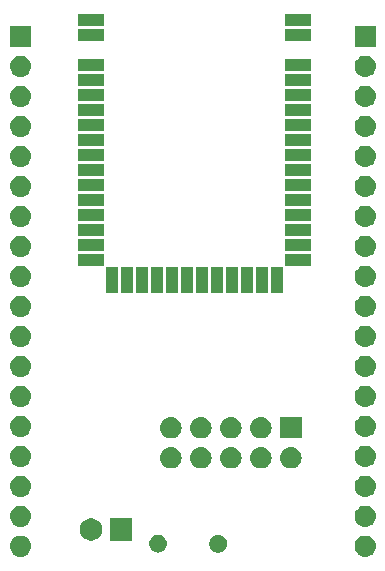
<source format=gts>
G04 #@! TF.GenerationSoftware,KiCad,Pcbnew,(5.1.2)-2*
G04 #@! TF.CreationDate,2020-07-25T22:21:04+02:00*
G04 #@! TF.ProjectId,Adapter,41646170-7465-4722-9e6b-696361645f70,1*
G04 #@! TF.SameCoordinates,Original*
G04 #@! TF.FileFunction,Soldermask,Top*
G04 #@! TF.FilePolarity,Negative*
%FSLAX46Y46*%
G04 Gerber Fmt 4.6, Leading zero omitted, Abs format (unit mm)*
G04 Created by KiCad (PCBNEW (5.1.2)-2) date 2020-07-25 22:21:04*
%MOMM*%
%LPD*%
G04 APERTURE LIST*
%ADD10C,0.100000*%
G04 APERTURE END LIST*
D10*
G36*
X166651443Y-114076119D02*
G01*
X166717627Y-114082637D01*
X166887466Y-114134157D01*
X167043991Y-114217822D01*
X167053216Y-114225393D01*
X167181186Y-114330414D01*
X167240976Y-114403270D01*
X167293778Y-114467609D01*
X167377443Y-114624134D01*
X167428963Y-114793973D01*
X167446359Y-114970600D01*
X167428963Y-115147227D01*
X167377443Y-115317066D01*
X167293778Y-115473591D01*
X167272816Y-115499133D01*
X167181186Y-115610786D01*
X167079729Y-115694048D01*
X167043991Y-115723378D01*
X166887466Y-115807043D01*
X166717627Y-115858563D01*
X166651443Y-115865081D01*
X166585260Y-115871600D01*
X166496740Y-115871600D01*
X166430557Y-115865081D01*
X166364373Y-115858563D01*
X166194534Y-115807043D01*
X166038009Y-115723378D01*
X166002271Y-115694048D01*
X165900814Y-115610786D01*
X165809184Y-115499133D01*
X165788222Y-115473591D01*
X165704557Y-115317066D01*
X165653037Y-115147227D01*
X165635641Y-114970600D01*
X165653037Y-114793973D01*
X165704557Y-114624134D01*
X165788222Y-114467609D01*
X165841024Y-114403270D01*
X165900814Y-114330414D01*
X166028784Y-114225393D01*
X166038009Y-114217822D01*
X166194534Y-114134157D01*
X166364373Y-114082637D01*
X166430557Y-114076119D01*
X166496740Y-114069600D01*
X166585260Y-114069600D01*
X166651443Y-114076119D01*
X166651443Y-114076119D01*
G37*
G36*
X137464443Y-114076119D02*
G01*
X137530627Y-114082637D01*
X137700466Y-114134157D01*
X137856991Y-114217822D01*
X137866216Y-114225393D01*
X137994186Y-114330414D01*
X138053976Y-114403270D01*
X138106778Y-114467609D01*
X138190443Y-114624134D01*
X138241963Y-114793973D01*
X138259359Y-114970600D01*
X138241963Y-115147227D01*
X138190443Y-115317066D01*
X138106778Y-115473591D01*
X138085816Y-115499133D01*
X137994186Y-115610786D01*
X137892729Y-115694048D01*
X137856991Y-115723378D01*
X137700466Y-115807043D01*
X137530627Y-115858563D01*
X137464443Y-115865081D01*
X137398260Y-115871600D01*
X137309740Y-115871600D01*
X137243557Y-115865081D01*
X137177373Y-115858563D01*
X137007534Y-115807043D01*
X136851009Y-115723378D01*
X136815271Y-115694048D01*
X136713814Y-115610786D01*
X136622184Y-115499133D01*
X136601222Y-115473591D01*
X136517557Y-115317066D01*
X136466037Y-115147227D01*
X136448641Y-114970600D01*
X136466037Y-114793973D01*
X136517557Y-114624134D01*
X136601222Y-114467609D01*
X136654024Y-114403270D01*
X136713814Y-114330414D01*
X136841784Y-114225393D01*
X136851009Y-114217822D01*
X137007534Y-114134157D01*
X137177373Y-114082637D01*
X137243557Y-114076119D01*
X137309740Y-114069600D01*
X137398260Y-114069600D01*
X137464443Y-114076119D01*
X137464443Y-114076119D01*
G37*
G36*
X154303059Y-114036860D02*
G01*
X154363294Y-114061810D01*
X154439732Y-114093472D01*
X154562735Y-114175660D01*
X154667340Y-114280265D01*
X154749528Y-114403268D01*
X154806140Y-114539941D01*
X154835000Y-114685033D01*
X154835000Y-114832967D01*
X154806140Y-114978059D01*
X154749528Y-115114732D01*
X154667340Y-115237735D01*
X154562735Y-115342340D01*
X154439732Y-115424528D01*
X154439731Y-115424529D01*
X154439730Y-115424529D01*
X154303059Y-115481140D01*
X154157968Y-115510000D01*
X154010032Y-115510000D01*
X153864941Y-115481140D01*
X153728270Y-115424529D01*
X153728269Y-115424529D01*
X153728268Y-115424528D01*
X153605265Y-115342340D01*
X153500660Y-115237735D01*
X153418472Y-115114732D01*
X153361860Y-114978059D01*
X153333000Y-114832967D01*
X153333000Y-114685033D01*
X153361860Y-114539941D01*
X153418472Y-114403268D01*
X153500660Y-114280265D01*
X153605265Y-114175660D01*
X153728268Y-114093472D01*
X153804707Y-114061810D01*
X153864941Y-114036860D01*
X154010032Y-114008000D01*
X154157968Y-114008000D01*
X154303059Y-114036860D01*
X154303059Y-114036860D01*
G37*
G36*
X149055772Y-114009466D02*
G01*
X149151222Y-114018867D01*
X149292786Y-114061810D01*
X149423252Y-114131546D01*
X149453040Y-114155992D01*
X149537607Y-114225393D01*
X149596938Y-114297690D01*
X149631454Y-114339748D01*
X149701190Y-114470214D01*
X149744133Y-114611778D01*
X149758633Y-114759000D01*
X149744133Y-114906222D01*
X149701190Y-115047786D01*
X149631454Y-115178252D01*
X149607008Y-115208040D01*
X149537607Y-115292607D01*
X149477004Y-115342341D01*
X149423252Y-115386454D01*
X149292786Y-115456190D01*
X149151222Y-115499133D01*
X149077665Y-115506378D01*
X149040888Y-115510000D01*
X148967112Y-115510000D01*
X148930335Y-115506378D01*
X148856778Y-115499133D01*
X148715214Y-115456190D01*
X148584748Y-115386454D01*
X148530996Y-115342341D01*
X148470393Y-115292607D01*
X148400992Y-115208040D01*
X148376546Y-115178252D01*
X148306810Y-115047786D01*
X148263867Y-114906222D01*
X148249367Y-114759000D01*
X148263867Y-114611778D01*
X148306810Y-114470214D01*
X148376546Y-114339748D01*
X148411062Y-114297690D01*
X148470393Y-114225393D01*
X148554960Y-114155992D01*
X148584748Y-114131546D01*
X148715214Y-114061810D01*
X148856778Y-114018867D01*
X148952228Y-114009466D01*
X148967112Y-114008000D01*
X149040888Y-114008000D01*
X149055772Y-114009466D01*
X149055772Y-114009466D01*
G37*
G36*
X143591395Y-112644546D02*
G01*
X143764466Y-112716234D01*
X143764467Y-112716235D01*
X143920227Y-112820310D01*
X144052690Y-112952773D01*
X144052691Y-112952775D01*
X144156766Y-113108534D01*
X144228454Y-113281605D01*
X144265000Y-113465333D01*
X144265000Y-113652667D01*
X144228454Y-113836395D01*
X144156766Y-114009466D01*
X144156765Y-114009467D01*
X144052690Y-114165227D01*
X143920227Y-114297690D01*
X143871252Y-114330414D01*
X143764466Y-114401766D01*
X143591395Y-114473454D01*
X143407667Y-114510000D01*
X143220333Y-114510000D01*
X143036605Y-114473454D01*
X142863534Y-114401766D01*
X142756748Y-114330414D01*
X142707773Y-114297690D01*
X142575310Y-114165227D01*
X142471235Y-114009467D01*
X142471234Y-114009466D01*
X142399546Y-113836395D01*
X142363000Y-113652667D01*
X142363000Y-113465333D01*
X142399546Y-113281605D01*
X142471234Y-113108534D01*
X142575309Y-112952775D01*
X142575310Y-112952773D01*
X142707773Y-112820310D01*
X142863533Y-112716235D01*
X142863534Y-112716234D01*
X143036605Y-112644546D01*
X143220333Y-112608000D01*
X143407667Y-112608000D01*
X143591395Y-112644546D01*
X143591395Y-112644546D01*
G37*
G36*
X146805000Y-114510000D02*
G01*
X144903000Y-114510000D01*
X144903000Y-112608000D01*
X146805000Y-112608000D01*
X146805000Y-114510000D01*
X146805000Y-114510000D01*
G37*
G36*
X166651442Y-111536118D02*
G01*
X166717627Y-111542637D01*
X166887466Y-111594157D01*
X167043991Y-111677822D01*
X167079729Y-111707152D01*
X167181186Y-111790414D01*
X167264448Y-111891871D01*
X167293778Y-111927609D01*
X167377443Y-112084134D01*
X167428963Y-112253973D01*
X167446359Y-112430600D01*
X167428963Y-112607227D01*
X167377443Y-112777066D01*
X167293778Y-112933591D01*
X167278034Y-112952775D01*
X167181186Y-113070786D01*
X167079729Y-113154048D01*
X167043991Y-113183378D01*
X166887466Y-113267043D01*
X166717627Y-113318563D01*
X166651443Y-113325081D01*
X166585260Y-113331600D01*
X166496740Y-113331600D01*
X166430557Y-113325081D01*
X166364373Y-113318563D01*
X166194534Y-113267043D01*
X166038009Y-113183378D01*
X166002271Y-113154048D01*
X165900814Y-113070786D01*
X165803966Y-112952775D01*
X165788222Y-112933591D01*
X165704557Y-112777066D01*
X165653037Y-112607227D01*
X165635641Y-112430600D01*
X165653037Y-112253973D01*
X165704557Y-112084134D01*
X165788222Y-111927609D01*
X165817552Y-111891871D01*
X165900814Y-111790414D01*
X166002271Y-111707152D01*
X166038009Y-111677822D01*
X166194534Y-111594157D01*
X166364373Y-111542637D01*
X166430558Y-111536118D01*
X166496740Y-111529600D01*
X166585260Y-111529600D01*
X166651442Y-111536118D01*
X166651442Y-111536118D01*
G37*
G36*
X137464442Y-111536118D02*
G01*
X137530627Y-111542637D01*
X137700466Y-111594157D01*
X137856991Y-111677822D01*
X137892729Y-111707152D01*
X137994186Y-111790414D01*
X138077448Y-111891871D01*
X138106778Y-111927609D01*
X138190443Y-112084134D01*
X138241963Y-112253973D01*
X138259359Y-112430600D01*
X138241963Y-112607227D01*
X138190443Y-112777066D01*
X138106778Y-112933591D01*
X138091034Y-112952775D01*
X137994186Y-113070786D01*
X137892729Y-113154048D01*
X137856991Y-113183378D01*
X137700466Y-113267043D01*
X137530627Y-113318563D01*
X137464443Y-113325081D01*
X137398260Y-113331600D01*
X137309740Y-113331600D01*
X137243557Y-113325081D01*
X137177373Y-113318563D01*
X137007534Y-113267043D01*
X136851009Y-113183378D01*
X136815271Y-113154048D01*
X136713814Y-113070786D01*
X136616966Y-112952775D01*
X136601222Y-112933591D01*
X136517557Y-112777066D01*
X136466037Y-112607227D01*
X136448641Y-112430600D01*
X136466037Y-112253973D01*
X136517557Y-112084134D01*
X136601222Y-111927609D01*
X136630552Y-111891871D01*
X136713814Y-111790414D01*
X136815271Y-111707152D01*
X136851009Y-111677822D01*
X137007534Y-111594157D01*
X137177373Y-111542637D01*
X137243558Y-111536118D01*
X137309740Y-111529600D01*
X137398260Y-111529600D01*
X137464442Y-111536118D01*
X137464442Y-111536118D01*
G37*
G36*
X166651442Y-108996118D02*
G01*
X166717627Y-109002637D01*
X166887466Y-109054157D01*
X167043991Y-109137822D01*
X167079729Y-109167152D01*
X167181186Y-109250414D01*
X167264448Y-109351871D01*
X167293778Y-109387609D01*
X167377443Y-109544134D01*
X167428963Y-109713973D01*
X167446359Y-109890600D01*
X167428963Y-110067227D01*
X167377443Y-110237066D01*
X167293778Y-110393591D01*
X167264448Y-110429329D01*
X167181186Y-110530786D01*
X167079729Y-110614048D01*
X167043991Y-110643378D01*
X166887466Y-110727043D01*
X166717627Y-110778563D01*
X166651442Y-110785082D01*
X166585260Y-110791600D01*
X166496740Y-110791600D01*
X166430558Y-110785082D01*
X166364373Y-110778563D01*
X166194534Y-110727043D01*
X166038009Y-110643378D01*
X166002271Y-110614048D01*
X165900814Y-110530786D01*
X165817552Y-110429329D01*
X165788222Y-110393591D01*
X165704557Y-110237066D01*
X165653037Y-110067227D01*
X165635641Y-109890600D01*
X165653037Y-109713973D01*
X165704557Y-109544134D01*
X165788222Y-109387609D01*
X165817552Y-109351871D01*
X165900814Y-109250414D01*
X166002271Y-109167152D01*
X166038009Y-109137822D01*
X166194534Y-109054157D01*
X166364373Y-109002637D01*
X166430558Y-108996118D01*
X166496740Y-108989600D01*
X166585260Y-108989600D01*
X166651442Y-108996118D01*
X166651442Y-108996118D01*
G37*
G36*
X137464442Y-108996118D02*
G01*
X137530627Y-109002637D01*
X137700466Y-109054157D01*
X137856991Y-109137822D01*
X137892729Y-109167152D01*
X137994186Y-109250414D01*
X138077448Y-109351871D01*
X138106778Y-109387609D01*
X138190443Y-109544134D01*
X138241963Y-109713973D01*
X138259359Y-109890600D01*
X138241963Y-110067227D01*
X138190443Y-110237066D01*
X138106778Y-110393591D01*
X138077448Y-110429329D01*
X137994186Y-110530786D01*
X137892729Y-110614048D01*
X137856991Y-110643378D01*
X137700466Y-110727043D01*
X137530627Y-110778563D01*
X137464442Y-110785082D01*
X137398260Y-110791600D01*
X137309740Y-110791600D01*
X137243558Y-110785082D01*
X137177373Y-110778563D01*
X137007534Y-110727043D01*
X136851009Y-110643378D01*
X136815271Y-110614048D01*
X136713814Y-110530786D01*
X136630552Y-110429329D01*
X136601222Y-110393591D01*
X136517557Y-110237066D01*
X136466037Y-110067227D01*
X136448641Y-109890600D01*
X136466037Y-109713973D01*
X136517557Y-109544134D01*
X136601222Y-109387609D01*
X136630552Y-109351871D01*
X136713814Y-109250414D01*
X136815271Y-109167152D01*
X136851009Y-109137822D01*
X137007534Y-109054157D01*
X137177373Y-109002637D01*
X137243558Y-108996118D01*
X137309740Y-108989600D01*
X137398260Y-108989600D01*
X137464442Y-108996118D01*
X137464442Y-108996118D01*
G37*
G36*
X160363442Y-106583518D02*
G01*
X160429627Y-106590037D01*
X160599466Y-106641557D01*
X160755991Y-106725222D01*
X160791729Y-106754552D01*
X160893186Y-106837814D01*
X160976448Y-106939271D01*
X161005778Y-106975009D01*
X161089443Y-107131534D01*
X161140963Y-107301373D01*
X161158359Y-107478000D01*
X161140963Y-107654627D01*
X161089443Y-107824466D01*
X161005778Y-107980991D01*
X160997740Y-107990785D01*
X160893186Y-108118186D01*
X160809283Y-108187042D01*
X160755991Y-108230778D01*
X160599466Y-108314443D01*
X160429627Y-108365963D01*
X160363442Y-108372482D01*
X160297260Y-108379000D01*
X160208740Y-108379000D01*
X160142558Y-108372482D01*
X160076373Y-108365963D01*
X159906534Y-108314443D01*
X159750009Y-108230778D01*
X159696717Y-108187042D01*
X159612814Y-108118186D01*
X159508260Y-107990785D01*
X159500222Y-107980991D01*
X159416557Y-107824466D01*
X159365037Y-107654627D01*
X159347641Y-107478000D01*
X159365037Y-107301373D01*
X159416557Y-107131534D01*
X159500222Y-106975009D01*
X159529552Y-106939271D01*
X159612814Y-106837814D01*
X159714271Y-106754552D01*
X159750009Y-106725222D01*
X159906534Y-106641557D01*
X160076373Y-106590037D01*
X160142558Y-106583518D01*
X160208740Y-106577000D01*
X160297260Y-106577000D01*
X160363442Y-106583518D01*
X160363442Y-106583518D01*
G37*
G36*
X157823442Y-106583518D02*
G01*
X157889627Y-106590037D01*
X158059466Y-106641557D01*
X158215991Y-106725222D01*
X158251729Y-106754552D01*
X158353186Y-106837814D01*
X158436448Y-106939271D01*
X158465778Y-106975009D01*
X158549443Y-107131534D01*
X158600963Y-107301373D01*
X158618359Y-107478000D01*
X158600963Y-107654627D01*
X158549443Y-107824466D01*
X158465778Y-107980991D01*
X158457740Y-107990785D01*
X158353186Y-108118186D01*
X158269283Y-108187042D01*
X158215991Y-108230778D01*
X158059466Y-108314443D01*
X157889627Y-108365963D01*
X157823442Y-108372482D01*
X157757260Y-108379000D01*
X157668740Y-108379000D01*
X157602558Y-108372482D01*
X157536373Y-108365963D01*
X157366534Y-108314443D01*
X157210009Y-108230778D01*
X157156717Y-108187042D01*
X157072814Y-108118186D01*
X156968260Y-107990785D01*
X156960222Y-107980991D01*
X156876557Y-107824466D01*
X156825037Y-107654627D01*
X156807641Y-107478000D01*
X156825037Y-107301373D01*
X156876557Y-107131534D01*
X156960222Y-106975009D01*
X156989552Y-106939271D01*
X157072814Y-106837814D01*
X157174271Y-106754552D01*
X157210009Y-106725222D01*
X157366534Y-106641557D01*
X157536373Y-106590037D01*
X157602558Y-106583518D01*
X157668740Y-106577000D01*
X157757260Y-106577000D01*
X157823442Y-106583518D01*
X157823442Y-106583518D01*
G37*
G36*
X152743442Y-106583518D02*
G01*
X152809627Y-106590037D01*
X152979466Y-106641557D01*
X153135991Y-106725222D01*
X153171729Y-106754552D01*
X153273186Y-106837814D01*
X153356448Y-106939271D01*
X153385778Y-106975009D01*
X153469443Y-107131534D01*
X153520963Y-107301373D01*
X153538359Y-107478000D01*
X153520963Y-107654627D01*
X153469443Y-107824466D01*
X153385778Y-107980991D01*
X153377740Y-107990785D01*
X153273186Y-108118186D01*
X153189283Y-108187042D01*
X153135991Y-108230778D01*
X152979466Y-108314443D01*
X152809627Y-108365963D01*
X152743442Y-108372482D01*
X152677260Y-108379000D01*
X152588740Y-108379000D01*
X152522558Y-108372482D01*
X152456373Y-108365963D01*
X152286534Y-108314443D01*
X152130009Y-108230778D01*
X152076717Y-108187042D01*
X151992814Y-108118186D01*
X151888260Y-107990785D01*
X151880222Y-107980991D01*
X151796557Y-107824466D01*
X151745037Y-107654627D01*
X151727641Y-107478000D01*
X151745037Y-107301373D01*
X151796557Y-107131534D01*
X151880222Y-106975009D01*
X151909552Y-106939271D01*
X151992814Y-106837814D01*
X152094271Y-106754552D01*
X152130009Y-106725222D01*
X152286534Y-106641557D01*
X152456373Y-106590037D01*
X152522558Y-106583518D01*
X152588740Y-106577000D01*
X152677260Y-106577000D01*
X152743442Y-106583518D01*
X152743442Y-106583518D01*
G37*
G36*
X150203442Y-106583518D02*
G01*
X150269627Y-106590037D01*
X150439466Y-106641557D01*
X150595991Y-106725222D01*
X150631729Y-106754552D01*
X150733186Y-106837814D01*
X150816448Y-106939271D01*
X150845778Y-106975009D01*
X150929443Y-107131534D01*
X150980963Y-107301373D01*
X150998359Y-107478000D01*
X150980963Y-107654627D01*
X150929443Y-107824466D01*
X150845778Y-107980991D01*
X150837740Y-107990785D01*
X150733186Y-108118186D01*
X150649283Y-108187042D01*
X150595991Y-108230778D01*
X150439466Y-108314443D01*
X150269627Y-108365963D01*
X150203442Y-108372482D01*
X150137260Y-108379000D01*
X150048740Y-108379000D01*
X149982558Y-108372482D01*
X149916373Y-108365963D01*
X149746534Y-108314443D01*
X149590009Y-108230778D01*
X149536717Y-108187042D01*
X149452814Y-108118186D01*
X149348260Y-107990785D01*
X149340222Y-107980991D01*
X149256557Y-107824466D01*
X149205037Y-107654627D01*
X149187641Y-107478000D01*
X149205037Y-107301373D01*
X149256557Y-107131534D01*
X149340222Y-106975009D01*
X149369552Y-106939271D01*
X149452814Y-106837814D01*
X149554271Y-106754552D01*
X149590009Y-106725222D01*
X149746534Y-106641557D01*
X149916373Y-106590037D01*
X149982558Y-106583518D01*
X150048740Y-106577000D01*
X150137260Y-106577000D01*
X150203442Y-106583518D01*
X150203442Y-106583518D01*
G37*
G36*
X155283442Y-106583518D02*
G01*
X155349627Y-106590037D01*
X155519466Y-106641557D01*
X155675991Y-106725222D01*
X155711729Y-106754552D01*
X155813186Y-106837814D01*
X155896448Y-106939271D01*
X155925778Y-106975009D01*
X156009443Y-107131534D01*
X156060963Y-107301373D01*
X156078359Y-107478000D01*
X156060963Y-107654627D01*
X156009443Y-107824466D01*
X155925778Y-107980991D01*
X155917740Y-107990785D01*
X155813186Y-108118186D01*
X155729283Y-108187042D01*
X155675991Y-108230778D01*
X155519466Y-108314443D01*
X155349627Y-108365963D01*
X155283442Y-108372482D01*
X155217260Y-108379000D01*
X155128740Y-108379000D01*
X155062558Y-108372482D01*
X154996373Y-108365963D01*
X154826534Y-108314443D01*
X154670009Y-108230778D01*
X154616717Y-108187042D01*
X154532814Y-108118186D01*
X154428260Y-107990785D01*
X154420222Y-107980991D01*
X154336557Y-107824466D01*
X154285037Y-107654627D01*
X154267641Y-107478000D01*
X154285037Y-107301373D01*
X154336557Y-107131534D01*
X154420222Y-106975009D01*
X154449552Y-106939271D01*
X154532814Y-106837814D01*
X154634271Y-106754552D01*
X154670009Y-106725222D01*
X154826534Y-106641557D01*
X154996373Y-106590037D01*
X155062558Y-106583518D01*
X155128740Y-106577000D01*
X155217260Y-106577000D01*
X155283442Y-106583518D01*
X155283442Y-106583518D01*
G37*
G36*
X166651443Y-106456119D02*
G01*
X166717627Y-106462637D01*
X166887466Y-106514157D01*
X167043991Y-106597822D01*
X167079729Y-106627152D01*
X167181186Y-106710414D01*
X167264448Y-106811871D01*
X167293778Y-106847609D01*
X167377443Y-107004134D01*
X167428963Y-107173973D01*
X167446359Y-107350600D01*
X167428963Y-107527227D01*
X167377443Y-107697066D01*
X167293778Y-107853591D01*
X167264448Y-107889329D01*
X167181186Y-107990786D01*
X167079729Y-108074048D01*
X167043991Y-108103378D01*
X166887466Y-108187043D01*
X166717627Y-108238563D01*
X166651443Y-108245081D01*
X166585260Y-108251600D01*
X166496740Y-108251600D01*
X166430557Y-108245081D01*
X166364373Y-108238563D01*
X166194534Y-108187043D01*
X166038009Y-108103378D01*
X166002271Y-108074048D01*
X165900814Y-107990786D01*
X165817552Y-107889329D01*
X165788222Y-107853591D01*
X165704557Y-107697066D01*
X165653037Y-107527227D01*
X165635641Y-107350600D01*
X165653037Y-107173973D01*
X165704557Y-107004134D01*
X165788222Y-106847609D01*
X165817552Y-106811871D01*
X165900814Y-106710414D01*
X166002271Y-106627152D01*
X166038009Y-106597822D01*
X166194534Y-106514157D01*
X166364373Y-106462637D01*
X166430557Y-106456119D01*
X166496740Y-106449600D01*
X166585260Y-106449600D01*
X166651443Y-106456119D01*
X166651443Y-106456119D01*
G37*
G36*
X137464443Y-106456119D02*
G01*
X137530627Y-106462637D01*
X137700466Y-106514157D01*
X137856991Y-106597822D01*
X137892729Y-106627152D01*
X137994186Y-106710414D01*
X138077448Y-106811871D01*
X138106778Y-106847609D01*
X138190443Y-107004134D01*
X138241963Y-107173973D01*
X138259359Y-107350600D01*
X138241963Y-107527227D01*
X138190443Y-107697066D01*
X138106778Y-107853591D01*
X138077448Y-107889329D01*
X137994186Y-107990786D01*
X137892729Y-108074048D01*
X137856991Y-108103378D01*
X137700466Y-108187043D01*
X137530627Y-108238563D01*
X137464443Y-108245081D01*
X137398260Y-108251600D01*
X137309740Y-108251600D01*
X137243557Y-108245081D01*
X137177373Y-108238563D01*
X137007534Y-108187043D01*
X136851009Y-108103378D01*
X136815271Y-108074048D01*
X136713814Y-107990786D01*
X136630552Y-107889329D01*
X136601222Y-107853591D01*
X136517557Y-107697066D01*
X136466037Y-107527227D01*
X136448641Y-107350600D01*
X136466037Y-107173973D01*
X136517557Y-107004134D01*
X136601222Y-106847609D01*
X136630552Y-106811871D01*
X136713814Y-106710414D01*
X136815271Y-106627152D01*
X136851009Y-106597822D01*
X137007534Y-106514157D01*
X137177373Y-106462637D01*
X137243557Y-106456119D01*
X137309740Y-106449600D01*
X137398260Y-106449600D01*
X137464443Y-106456119D01*
X137464443Y-106456119D01*
G37*
G36*
X155283442Y-104043518D02*
G01*
X155349627Y-104050037D01*
X155519466Y-104101557D01*
X155675991Y-104185222D01*
X155711729Y-104214552D01*
X155813186Y-104297814D01*
X155896448Y-104399271D01*
X155925778Y-104435009D01*
X156009443Y-104591534D01*
X156060963Y-104761373D01*
X156078359Y-104938000D01*
X156060963Y-105114627D01*
X156009443Y-105284466D01*
X155925778Y-105440991D01*
X155917740Y-105450785D01*
X155813186Y-105578186D01*
X155729283Y-105647042D01*
X155675991Y-105690778D01*
X155519466Y-105774443D01*
X155349627Y-105825963D01*
X155283442Y-105832482D01*
X155217260Y-105839000D01*
X155128740Y-105839000D01*
X155062558Y-105832482D01*
X154996373Y-105825963D01*
X154826534Y-105774443D01*
X154670009Y-105690778D01*
X154616717Y-105647042D01*
X154532814Y-105578186D01*
X154428260Y-105450785D01*
X154420222Y-105440991D01*
X154336557Y-105284466D01*
X154285037Y-105114627D01*
X154267641Y-104938000D01*
X154285037Y-104761373D01*
X154336557Y-104591534D01*
X154420222Y-104435009D01*
X154449552Y-104399271D01*
X154532814Y-104297814D01*
X154634271Y-104214552D01*
X154670009Y-104185222D01*
X154826534Y-104101557D01*
X154996373Y-104050037D01*
X155062558Y-104043518D01*
X155128740Y-104037000D01*
X155217260Y-104037000D01*
X155283442Y-104043518D01*
X155283442Y-104043518D01*
G37*
G36*
X150203442Y-104043518D02*
G01*
X150269627Y-104050037D01*
X150439466Y-104101557D01*
X150595991Y-104185222D01*
X150631729Y-104214552D01*
X150733186Y-104297814D01*
X150816448Y-104399271D01*
X150845778Y-104435009D01*
X150929443Y-104591534D01*
X150980963Y-104761373D01*
X150998359Y-104938000D01*
X150980963Y-105114627D01*
X150929443Y-105284466D01*
X150845778Y-105440991D01*
X150837740Y-105450785D01*
X150733186Y-105578186D01*
X150649283Y-105647042D01*
X150595991Y-105690778D01*
X150439466Y-105774443D01*
X150269627Y-105825963D01*
X150203442Y-105832482D01*
X150137260Y-105839000D01*
X150048740Y-105839000D01*
X149982558Y-105832482D01*
X149916373Y-105825963D01*
X149746534Y-105774443D01*
X149590009Y-105690778D01*
X149536717Y-105647042D01*
X149452814Y-105578186D01*
X149348260Y-105450785D01*
X149340222Y-105440991D01*
X149256557Y-105284466D01*
X149205037Y-105114627D01*
X149187641Y-104938000D01*
X149205037Y-104761373D01*
X149256557Y-104591534D01*
X149340222Y-104435009D01*
X149369552Y-104399271D01*
X149452814Y-104297814D01*
X149554271Y-104214552D01*
X149590009Y-104185222D01*
X149746534Y-104101557D01*
X149916373Y-104050037D01*
X149982558Y-104043518D01*
X150048740Y-104037000D01*
X150137260Y-104037000D01*
X150203442Y-104043518D01*
X150203442Y-104043518D01*
G37*
G36*
X161154000Y-105839000D02*
G01*
X159352000Y-105839000D01*
X159352000Y-104037000D01*
X161154000Y-104037000D01*
X161154000Y-105839000D01*
X161154000Y-105839000D01*
G37*
G36*
X152743442Y-104043518D02*
G01*
X152809627Y-104050037D01*
X152979466Y-104101557D01*
X153135991Y-104185222D01*
X153171729Y-104214552D01*
X153273186Y-104297814D01*
X153356448Y-104399271D01*
X153385778Y-104435009D01*
X153469443Y-104591534D01*
X153520963Y-104761373D01*
X153538359Y-104938000D01*
X153520963Y-105114627D01*
X153469443Y-105284466D01*
X153385778Y-105440991D01*
X153377740Y-105450785D01*
X153273186Y-105578186D01*
X153189283Y-105647042D01*
X153135991Y-105690778D01*
X152979466Y-105774443D01*
X152809627Y-105825963D01*
X152743442Y-105832482D01*
X152677260Y-105839000D01*
X152588740Y-105839000D01*
X152522558Y-105832482D01*
X152456373Y-105825963D01*
X152286534Y-105774443D01*
X152130009Y-105690778D01*
X152076717Y-105647042D01*
X151992814Y-105578186D01*
X151888260Y-105450785D01*
X151880222Y-105440991D01*
X151796557Y-105284466D01*
X151745037Y-105114627D01*
X151727641Y-104938000D01*
X151745037Y-104761373D01*
X151796557Y-104591534D01*
X151880222Y-104435009D01*
X151909552Y-104399271D01*
X151992814Y-104297814D01*
X152094271Y-104214552D01*
X152130009Y-104185222D01*
X152286534Y-104101557D01*
X152456373Y-104050037D01*
X152522558Y-104043518D01*
X152588740Y-104037000D01*
X152677260Y-104037000D01*
X152743442Y-104043518D01*
X152743442Y-104043518D01*
G37*
G36*
X157823442Y-104043518D02*
G01*
X157889627Y-104050037D01*
X158059466Y-104101557D01*
X158215991Y-104185222D01*
X158251729Y-104214552D01*
X158353186Y-104297814D01*
X158436448Y-104399271D01*
X158465778Y-104435009D01*
X158549443Y-104591534D01*
X158600963Y-104761373D01*
X158618359Y-104938000D01*
X158600963Y-105114627D01*
X158549443Y-105284466D01*
X158465778Y-105440991D01*
X158457740Y-105450785D01*
X158353186Y-105578186D01*
X158269283Y-105647042D01*
X158215991Y-105690778D01*
X158059466Y-105774443D01*
X157889627Y-105825963D01*
X157823442Y-105832482D01*
X157757260Y-105839000D01*
X157668740Y-105839000D01*
X157602558Y-105832482D01*
X157536373Y-105825963D01*
X157366534Y-105774443D01*
X157210009Y-105690778D01*
X157156717Y-105647042D01*
X157072814Y-105578186D01*
X156968260Y-105450785D01*
X156960222Y-105440991D01*
X156876557Y-105284466D01*
X156825037Y-105114627D01*
X156807641Y-104938000D01*
X156825037Y-104761373D01*
X156876557Y-104591534D01*
X156960222Y-104435009D01*
X156989552Y-104399271D01*
X157072814Y-104297814D01*
X157174271Y-104214552D01*
X157210009Y-104185222D01*
X157366534Y-104101557D01*
X157536373Y-104050037D01*
X157602558Y-104043518D01*
X157668740Y-104037000D01*
X157757260Y-104037000D01*
X157823442Y-104043518D01*
X157823442Y-104043518D01*
G37*
G36*
X137464443Y-103916119D02*
G01*
X137530627Y-103922637D01*
X137700466Y-103974157D01*
X137856991Y-104057822D01*
X137892729Y-104087152D01*
X137994186Y-104170414D01*
X138077448Y-104271871D01*
X138106778Y-104307609D01*
X138190443Y-104464134D01*
X138241963Y-104633973D01*
X138259359Y-104810600D01*
X138241963Y-104987227D01*
X138190443Y-105157066D01*
X138106778Y-105313591D01*
X138077448Y-105349329D01*
X137994186Y-105450786D01*
X137892729Y-105534048D01*
X137856991Y-105563378D01*
X137700466Y-105647043D01*
X137530627Y-105698563D01*
X137464443Y-105705081D01*
X137398260Y-105711600D01*
X137309740Y-105711600D01*
X137243557Y-105705081D01*
X137177373Y-105698563D01*
X137007534Y-105647043D01*
X136851009Y-105563378D01*
X136815271Y-105534048D01*
X136713814Y-105450786D01*
X136630552Y-105349329D01*
X136601222Y-105313591D01*
X136517557Y-105157066D01*
X136466037Y-104987227D01*
X136448641Y-104810600D01*
X136466037Y-104633973D01*
X136517557Y-104464134D01*
X136601222Y-104307609D01*
X136630552Y-104271871D01*
X136713814Y-104170414D01*
X136815271Y-104087152D01*
X136851009Y-104057822D01*
X137007534Y-103974157D01*
X137177373Y-103922637D01*
X137243558Y-103916118D01*
X137309740Y-103909600D01*
X137398260Y-103909600D01*
X137464443Y-103916119D01*
X137464443Y-103916119D01*
G37*
G36*
X166651443Y-103916119D02*
G01*
X166717627Y-103922637D01*
X166887466Y-103974157D01*
X167043991Y-104057822D01*
X167079729Y-104087152D01*
X167181186Y-104170414D01*
X167264448Y-104271871D01*
X167293778Y-104307609D01*
X167377443Y-104464134D01*
X167428963Y-104633973D01*
X167446359Y-104810600D01*
X167428963Y-104987227D01*
X167377443Y-105157066D01*
X167293778Y-105313591D01*
X167264448Y-105349329D01*
X167181186Y-105450786D01*
X167079729Y-105534048D01*
X167043991Y-105563378D01*
X166887466Y-105647043D01*
X166717627Y-105698563D01*
X166651443Y-105705081D01*
X166585260Y-105711600D01*
X166496740Y-105711600D01*
X166430557Y-105705081D01*
X166364373Y-105698563D01*
X166194534Y-105647043D01*
X166038009Y-105563378D01*
X166002271Y-105534048D01*
X165900814Y-105450786D01*
X165817552Y-105349329D01*
X165788222Y-105313591D01*
X165704557Y-105157066D01*
X165653037Y-104987227D01*
X165635641Y-104810600D01*
X165653037Y-104633973D01*
X165704557Y-104464134D01*
X165788222Y-104307609D01*
X165817552Y-104271871D01*
X165900814Y-104170414D01*
X166002271Y-104087152D01*
X166038009Y-104057822D01*
X166194534Y-103974157D01*
X166364373Y-103922637D01*
X166430558Y-103916118D01*
X166496740Y-103909600D01*
X166585260Y-103909600D01*
X166651443Y-103916119D01*
X166651443Y-103916119D01*
G37*
G36*
X166651442Y-101376118D02*
G01*
X166717627Y-101382637D01*
X166887466Y-101434157D01*
X167043991Y-101517822D01*
X167079729Y-101547152D01*
X167181186Y-101630414D01*
X167264448Y-101731871D01*
X167293778Y-101767609D01*
X167377443Y-101924134D01*
X167428963Y-102093973D01*
X167446359Y-102270600D01*
X167428963Y-102447227D01*
X167377443Y-102617066D01*
X167293778Y-102773591D01*
X167264448Y-102809329D01*
X167181186Y-102910786D01*
X167079729Y-102994048D01*
X167043991Y-103023378D01*
X166887466Y-103107043D01*
X166717627Y-103158563D01*
X166651442Y-103165082D01*
X166585260Y-103171600D01*
X166496740Y-103171600D01*
X166430557Y-103165081D01*
X166364373Y-103158563D01*
X166194534Y-103107043D01*
X166038009Y-103023378D01*
X166002271Y-102994048D01*
X165900814Y-102910786D01*
X165817552Y-102809329D01*
X165788222Y-102773591D01*
X165704557Y-102617066D01*
X165653037Y-102447227D01*
X165635641Y-102270600D01*
X165653037Y-102093973D01*
X165704557Y-101924134D01*
X165788222Y-101767609D01*
X165817552Y-101731871D01*
X165900814Y-101630414D01*
X166002271Y-101547152D01*
X166038009Y-101517822D01*
X166194534Y-101434157D01*
X166364373Y-101382637D01*
X166430558Y-101376118D01*
X166496740Y-101369600D01*
X166585260Y-101369600D01*
X166651442Y-101376118D01*
X166651442Y-101376118D01*
G37*
G36*
X137464442Y-101376118D02*
G01*
X137530627Y-101382637D01*
X137700466Y-101434157D01*
X137856991Y-101517822D01*
X137892729Y-101547152D01*
X137994186Y-101630414D01*
X138077448Y-101731871D01*
X138106778Y-101767609D01*
X138190443Y-101924134D01*
X138241963Y-102093973D01*
X138259359Y-102270600D01*
X138241963Y-102447227D01*
X138190443Y-102617066D01*
X138106778Y-102773591D01*
X138077448Y-102809329D01*
X137994186Y-102910786D01*
X137892729Y-102994048D01*
X137856991Y-103023378D01*
X137700466Y-103107043D01*
X137530627Y-103158563D01*
X137464442Y-103165082D01*
X137398260Y-103171600D01*
X137309740Y-103171600D01*
X137243557Y-103165081D01*
X137177373Y-103158563D01*
X137007534Y-103107043D01*
X136851009Y-103023378D01*
X136815271Y-102994048D01*
X136713814Y-102910786D01*
X136630552Y-102809329D01*
X136601222Y-102773591D01*
X136517557Y-102617066D01*
X136466037Y-102447227D01*
X136448641Y-102270600D01*
X136466037Y-102093973D01*
X136517557Y-101924134D01*
X136601222Y-101767609D01*
X136630552Y-101731871D01*
X136713814Y-101630414D01*
X136815271Y-101547152D01*
X136851009Y-101517822D01*
X137007534Y-101434157D01*
X137177373Y-101382637D01*
X137243558Y-101376118D01*
X137309740Y-101369600D01*
X137398260Y-101369600D01*
X137464442Y-101376118D01*
X137464442Y-101376118D01*
G37*
G36*
X166651443Y-98836119D02*
G01*
X166717627Y-98842637D01*
X166887466Y-98894157D01*
X167043991Y-98977822D01*
X167079729Y-99007152D01*
X167181186Y-99090414D01*
X167264448Y-99191871D01*
X167293778Y-99227609D01*
X167377443Y-99384134D01*
X167428963Y-99553973D01*
X167446359Y-99730600D01*
X167428963Y-99907227D01*
X167377443Y-100077066D01*
X167293778Y-100233591D01*
X167264448Y-100269329D01*
X167181186Y-100370786D01*
X167079729Y-100454048D01*
X167043991Y-100483378D01*
X166887466Y-100567043D01*
X166717627Y-100618563D01*
X166651443Y-100625081D01*
X166585260Y-100631600D01*
X166496740Y-100631600D01*
X166430558Y-100625082D01*
X166364373Y-100618563D01*
X166194534Y-100567043D01*
X166038009Y-100483378D01*
X166002271Y-100454048D01*
X165900814Y-100370786D01*
X165817552Y-100269329D01*
X165788222Y-100233591D01*
X165704557Y-100077066D01*
X165653037Y-99907227D01*
X165635641Y-99730600D01*
X165653037Y-99553973D01*
X165704557Y-99384134D01*
X165788222Y-99227609D01*
X165817552Y-99191871D01*
X165900814Y-99090414D01*
X166002271Y-99007152D01*
X166038009Y-98977822D01*
X166194534Y-98894157D01*
X166364373Y-98842637D01*
X166430557Y-98836119D01*
X166496740Y-98829600D01*
X166585260Y-98829600D01*
X166651443Y-98836119D01*
X166651443Y-98836119D01*
G37*
G36*
X137464443Y-98836119D02*
G01*
X137530627Y-98842637D01*
X137700466Y-98894157D01*
X137856991Y-98977822D01*
X137892729Y-99007152D01*
X137994186Y-99090414D01*
X138077448Y-99191871D01*
X138106778Y-99227609D01*
X138190443Y-99384134D01*
X138241963Y-99553973D01*
X138259359Y-99730600D01*
X138241963Y-99907227D01*
X138190443Y-100077066D01*
X138106778Y-100233591D01*
X138077448Y-100269329D01*
X137994186Y-100370786D01*
X137892729Y-100454048D01*
X137856991Y-100483378D01*
X137700466Y-100567043D01*
X137530627Y-100618563D01*
X137464443Y-100625081D01*
X137398260Y-100631600D01*
X137309740Y-100631600D01*
X137243558Y-100625082D01*
X137177373Y-100618563D01*
X137007534Y-100567043D01*
X136851009Y-100483378D01*
X136815271Y-100454048D01*
X136713814Y-100370786D01*
X136630552Y-100269329D01*
X136601222Y-100233591D01*
X136517557Y-100077066D01*
X136466037Y-99907227D01*
X136448641Y-99730600D01*
X136466037Y-99553973D01*
X136517557Y-99384134D01*
X136601222Y-99227609D01*
X136630552Y-99191871D01*
X136713814Y-99090414D01*
X136815271Y-99007152D01*
X136851009Y-98977822D01*
X137007534Y-98894157D01*
X137177373Y-98842637D01*
X137243557Y-98836119D01*
X137309740Y-98829600D01*
X137398260Y-98829600D01*
X137464443Y-98836119D01*
X137464443Y-98836119D01*
G37*
G36*
X166651442Y-96296118D02*
G01*
X166717627Y-96302637D01*
X166887466Y-96354157D01*
X167043991Y-96437822D01*
X167079729Y-96467152D01*
X167181186Y-96550414D01*
X167264448Y-96651871D01*
X167293778Y-96687609D01*
X167377443Y-96844134D01*
X167428963Y-97013973D01*
X167446359Y-97190600D01*
X167428963Y-97367227D01*
X167377443Y-97537066D01*
X167293778Y-97693591D01*
X167264448Y-97729329D01*
X167181186Y-97830786D01*
X167079729Y-97914048D01*
X167043991Y-97943378D01*
X166887466Y-98027043D01*
X166717627Y-98078563D01*
X166651442Y-98085082D01*
X166585260Y-98091600D01*
X166496740Y-98091600D01*
X166430558Y-98085082D01*
X166364373Y-98078563D01*
X166194534Y-98027043D01*
X166038009Y-97943378D01*
X166002271Y-97914048D01*
X165900814Y-97830786D01*
X165817552Y-97729329D01*
X165788222Y-97693591D01*
X165704557Y-97537066D01*
X165653037Y-97367227D01*
X165635641Y-97190600D01*
X165653037Y-97013973D01*
X165704557Y-96844134D01*
X165788222Y-96687609D01*
X165817552Y-96651871D01*
X165900814Y-96550414D01*
X166002271Y-96467152D01*
X166038009Y-96437822D01*
X166194534Y-96354157D01*
X166364373Y-96302637D01*
X166430558Y-96296118D01*
X166496740Y-96289600D01*
X166585260Y-96289600D01*
X166651442Y-96296118D01*
X166651442Y-96296118D01*
G37*
G36*
X137464442Y-96296118D02*
G01*
X137530627Y-96302637D01*
X137700466Y-96354157D01*
X137856991Y-96437822D01*
X137892729Y-96467152D01*
X137994186Y-96550414D01*
X138077448Y-96651871D01*
X138106778Y-96687609D01*
X138190443Y-96844134D01*
X138241963Y-97013973D01*
X138259359Y-97190600D01*
X138241963Y-97367227D01*
X138190443Y-97537066D01*
X138106778Y-97693591D01*
X138077448Y-97729329D01*
X137994186Y-97830786D01*
X137892729Y-97914048D01*
X137856991Y-97943378D01*
X137700466Y-98027043D01*
X137530627Y-98078563D01*
X137464442Y-98085082D01*
X137398260Y-98091600D01*
X137309740Y-98091600D01*
X137243558Y-98085082D01*
X137177373Y-98078563D01*
X137007534Y-98027043D01*
X136851009Y-97943378D01*
X136815271Y-97914048D01*
X136713814Y-97830786D01*
X136630552Y-97729329D01*
X136601222Y-97693591D01*
X136517557Y-97537066D01*
X136466037Y-97367227D01*
X136448641Y-97190600D01*
X136466037Y-97013973D01*
X136517557Y-96844134D01*
X136601222Y-96687609D01*
X136630552Y-96651871D01*
X136713814Y-96550414D01*
X136815271Y-96467152D01*
X136851009Y-96437822D01*
X137007534Y-96354157D01*
X137177373Y-96302637D01*
X137243558Y-96296118D01*
X137309740Y-96289600D01*
X137398260Y-96289600D01*
X137464442Y-96296118D01*
X137464442Y-96296118D01*
G37*
G36*
X166651442Y-93756118D02*
G01*
X166717627Y-93762637D01*
X166887466Y-93814157D01*
X167043991Y-93897822D01*
X167079729Y-93927152D01*
X167181186Y-94010414D01*
X167264448Y-94111871D01*
X167293778Y-94147609D01*
X167377443Y-94304134D01*
X167428963Y-94473973D01*
X167446359Y-94650600D01*
X167428963Y-94827227D01*
X167377443Y-94997066D01*
X167293778Y-95153591D01*
X167264448Y-95189329D01*
X167181186Y-95290786D01*
X167079729Y-95374048D01*
X167043991Y-95403378D01*
X166887466Y-95487043D01*
X166717627Y-95538563D01*
X166651442Y-95545082D01*
X166585260Y-95551600D01*
X166496740Y-95551600D01*
X166430558Y-95545082D01*
X166364373Y-95538563D01*
X166194534Y-95487043D01*
X166038009Y-95403378D01*
X166002271Y-95374048D01*
X165900814Y-95290786D01*
X165817552Y-95189329D01*
X165788222Y-95153591D01*
X165704557Y-94997066D01*
X165653037Y-94827227D01*
X165635641Y-94650600D01*
X165653037Y-94473973D01*
X165704557Y-94304134D01*
X165788222Y-94147609D01*
X165817552Y-94111871D01*
X165900814Y-94010414D01*
X166002271Y-93927152D01*
X166038009Y-93897822D01*
X166194534Y-93814157D01*
X166364373Y-93762637D01*
X166430557Y-93756119D01*
X166496740Y-93749600D01*
X166585260Y-93749600D01*
X166651442Y-93756118D01*
X166651442Y-93756118D01*
G37*
G36*
X137464442Y-93756118D02*
G01*
X137530627Y-93762637D01*
X137700466Y-93814157D01*
X137856991Y-93897822D01*
X137892729Y-93927152D01*
X137994186Y-94010414D01*
X138077448Y-94111871D01*
X138106778Y-94147609D01*
X138190443Y-94304134D01*
X138241963Y-94473973D01*
X138259359Y-94650600D01*
X138241963Y-94827227D01*
X138190443Y-94997066D01*
X138106778Y-95153591D01*
X138077448Y-95189329D01*
X137994186Y-95290786D01*
X137892729Y-95374048D01*
X137856991Y-95403378D01*
X137700466Y-95487043D01*
X137530627Y-95538563D01*
X137464442Y-95545082D01*
X137398260Y-95551600D01*
X137309740Y-95551600D01*
X137243558Y-95545082D01*
X137177373Y-95538563D01*
X137007534Y-95487043D01*
X136851009Y-95403378D01*
X136815271Y-95374048D01*
X136713814Y-95290786D01*
X136630552Y-95189329D01*
X136601222Y-95153591D01*
X136517557Y-94997066D01*
X136466037Y-94827227D01*
X136448641Y-94650600D01*
X136466037Y-94473973D01*
X136517557Y-94304134D01*
X136601222Y-94147609D01*
X136630552Y-94111871D01*
X136713814Y-94010414D01*
X136815271Y-93927152D01*
X136851009Y-93897822D01*
X137007534Y-93814157D01*
X137177373Y-93762637D01*
X137243557Y-93756119D01*
X137309740Y-93749600D01*
X137398260Y-93749600D01*
X137464442Y-93756118D01*
X137464442Y-93756118D01*
G37*
G36*
X157046000Y-93566200D02*
G01*
X156044000Y-93566200D01*
X156044000Y-91364200D01*
X157046000Y-91364200D01*
X157046000Y-93566200D01*
X157046000Y-93566200D01*
G37*
G36*
X146886000Y-93566200D02*
G01*
X145884000Y-93566200D01*
X145884000Y-91364200D01*
X146886000Y-91364200D01*
X146886000Y-93566200D01*
X146886000Y-93566200D01*
G37*
G36*
X148161000Y-93566200D02*
G01*
X147159000Y-93566200D01*
X147159000Y-91364200D01*
X148161000Y-91364200D01*
X148161000Y-93566200D01*
X148161000Y-93566200D01*
G37*
G36*
X149426000Y-93566200D02*
G01*
X148424000Y-93566200D01*
X148424000Y-91364200D01*
X149426000Y-91364200D01*
X149426000Y-93566200D01*
X149426000Y-93566200D01*
G37*
G36*
X150696000Y-93566200D02*
G01*
X149694000Y-93566200D01*
X149694000Y-91364200D01*
X150696000Y-91364200D01*
X150696000Y-93566200D01*
X150696000Y-93566200D01*
G37*
G36*
X151966000Y-93566200D02*
G01*
X150964000Y-93566200D01*
X150964000Y-91364200D01*
X151966000Y-91364200D01*
X151966000Y-93566200D01*
X151966000Y-93566200D01*
G37*
G36*
X153236000Y-93566200D02*
G01*
X152234000Y-93566200D01*
X152234000Y-91364200D01*
X153236000Y-91364200D01*
X153236000Y-93566200D01*
X153236000Y-93566200D01*
G37*
G36*
X154506000Y-93566200D02*
G01*
X153504000Y-93566200D01*
X153504000Y-91364200D01*
X154506000Y-91364200D01*
X154506000Y-93566200D01*
X154506000Y-93566200D01*
G37*
G36*
X158316000Y-93566200D02*
G01*
X157314000Y-93566200D01*
X157314000Y-91364200D01*
X158316000Y-91364200D01*
X158316000Y-93566200D01*
X158316000Y-93566200D01*
G37*
G36*
X159586000Y-93566200D02*
G01*
X158584000Y-93566200D01*
X158584000Y-91364200D01*
X159586000Y-91364200D01*
X159586000Y-93566200D01*
X159586000Y-93566200D01*
G37*
G36*
X155776000Y-93566200D02*
G01*
X154774000Y-93566200D01*
X154774000Y-91364200D01*
X155776000Y-91364200D01*
X155776000Y-93566200D01*
X155776000Y-93566200D01*
G37*
G36*
X145626000Y-93566200D02*
G01*
X144624000Y-93566200D01*
X144624000Y-91364200D01*
X145626000Y-91364200D01*
X145626000Y-93566200D01*
X145626000Y-93566200D01*
G37*
G36*
X137464442Y-91216118D02*
G01*
X137530627Y-91222637D01*
X137700466Y-91274157D01*
X137856991Y-91357822D01*
X137892729Y-91387152D01*
X137994186Y-91470414D01*
X138077448Y-91571871D01*
X138106778Y-91607609D01*
X138190443Y-91764134D01*
X138241963Y-91933973D01*
X138259359Y-92110600D01*
X138241963Y-92287227D01*
X138190443Y-92457066D01*
X138106778Y-92613591D01*
X138077448Y-92649329D01*
X137994186Y-92750786D01*
X137892729Y-92834048D01*
X137856991Y-92863378D01*
X137700466Y-92947043D01*
X137530627Y-92998563D01*
X137464443Y-93005081D01*
X137398260Y-93011600D01*
X137309740Y-93011600D01*
X137243557Y-93005081D01*
X137177373Y-92998563D01*
X137007534Y-92947043D01*
X136851009Y-92863378D01*
X136815271Y-92834048D01*
X136713814Y-92750786D01*
X136630552Y-92649329D01*
X136601222Y-92613591D01*
X136517557Y-92457066D01*
X136466037Y-92287227D01*
X136448641Y-92110600D01*
X136466037Y-91933973D01*
X136517557Y-91764134D01*
X136601222Y-91607609D01*
X136630552Y-91571871D01*
X136713814Y-91470414D01*
X136815271Y-91387152D01*
X136851009Y-91357822D01*
X137007534Y-91274157D01*
X137177373Y-91222637D01*
X137243558Y-91216118D01*
X137309740Y-91209600D01*
X137398260Y-91209600D01*
X137464442Y-91216118D01*
X137464442Y-91216118D01*
G37*
G36*
X166651442Y-91216118D02*
G01*
X166717627Y-91222637D01*
X166887466Y-91274157D01*
X167043991Y-91357822D01*
X167079729Y-91387152D01*
X167181186Y-91470414D01*
X167264448Y-91571871D01*
X167293778Y-91607609D01*
X167377443Y-91764134D01*
X167428963Y-91933973D01*
X167446359Y-92110600D01*
X167428963Y-92287227D01*
X167377443Y-92457066D01*
X167293778Y-92613591D01*
X167264448Y-92649329D01*
X167181186Y-92750786D01*
X167079729Y-92834048D01*
X167043991Y-92863378D01*
X166887466Y-92947043D01*
X166717627Y-92998563D01*
X166651443Y-93005081D01*
X166585260Y-93011600D01*
X166496740Y-93011600D01*
X166430557Y-93005081D01*
X166364373Y-92998563D01*
X166194534Y-92947043D01*
X166038009Y-92863378D01*
X166002271Y-92834048D01*
X165900814Y-92750786D01*
X165817552Y-92649329D01*
X165788222Y-92613591D01*
X165704557Y-92457066D01*
X165653037Y-92287227D01*
X165635641Y-92110600D01*
X165653037Y-91933973D01*
X165704557Y-91764134D01*
X165788222Y-91607609D01*
X165817552Y-91571871D01*
X165900814Y-91470414D01*
X166002271Y-91387152D01*
X166038009Y-91357822D01*
X166194534Y-91274157D01*
X166364373Y-91222637D01*
X166430558Y-91216118D01*
X166496740Y-91209600D01*
X166585260Y-91209600D01*
X166651442Y-91216118D01*
X166651442Y-91216118D01*
G37*
G36*
X161956000Y-91216200D02*
G01*
X159754000Y-91216200D01*
X159754000Y-90214200D01*
X161956000Y-90214200D01*
X161956000Y-91216200D01*
X161956000Y-91216200D01*
G37*
G36*
X144456000Y-91216200D02*
G01*
X142254000Y-91216200D01*
X142254000Y-90214200D01*
X144456000Y-90214200D01*
X144456000Y-91216200D01*
X144456000Y-91216200D01*
G37*
G36*
X166651443Y-88676119D02*
G01*
X166717627Y-88682637D01*
X166887466Y-88734157D01*
X167043991Y-88817822D01*
X167079729Y-88847152D01*
X167181186Y-88930414D01*
X167264448Y-89031871D01*
X167293778Y-89067609D01*
X167377443Y-89224134D01*
X167428963Y-89393973D01*
X167446359Y-89570600D01*
X167428963Y-89747227D01*
X167377443Y-89917066D01*
X167293778Y-90073591D01*
X167264448Y-90109329D01*
X167181186Y-90210786D01*
X167079729Y-90294048D01*
X167043991Y-90323378D01*
X166887466Y-90407043D01*
X166717627Y-90458563D01*
X166651442Y-90465082D01*
X166585260Y-90471600D01*
X166496740Y-90471600D01*
X166430558Y-90465082D01*
X166364373Y-90458563D01*
X166194534Y-90407043D01*
X166038009Y-90323378D01*
X166002271Y-90294048D01*
X165900814Y-90210786D01*
X165817552Y-90109329D01*
X165788222Y-90073591D01*
X165704557Y-89917066D01*
X165653037Y-89747227D01*
X165635641Y-89570600D01*
X165653037Y-89393973D01*
X165704557Y-89224134D01*
X165788222Y-89067609D01*
X165817552Y-89031871D01*
X165900814Y-88930414D01*
X166002271Y-88847152D01*
X166038009Y-88817822D01*
X166194534Y-88734157D01*
X166364373Y-88682637D01*
X166430557Y-88676119D01*
X166496740Y-88669600D01*
X166585260Y-88669600D01*
X166651443Y-88676119D01*
X166651443Y-88676119D01*
G37*
G36*
X137464443Y-88676119D02*
G01*
X137530627Y-88682637D01*
X137700466Y-88734157D01*
X137856991Y-88817822D01*
X137892729Y-88847152D01*
X137994186Y-88930414D01*
X138077448Y-89031871D01*
X138106778Y-89067609D01*
X138190443Y-89224134D01*
X138241963Y-89393973D01*
X138259359Y-89570600D01*
X138241963Y-89747227D01*
X138190443Y-89917066D01*
X138106778Y-90073591D01*
X138077448Y-90109329D01*
X137994186Y-90210786D01*
X137892729Y-90294048D01*
X137856991Y-90323378D01*
X137700466Y-90407043D01*
X137530627Y-90458563D01*
X137464442Y-90465082D01*
X137398260Y-90471600D01*
X137309740Y-90471600D01*
X137243558Y-90465082D01*
X137177373Y-90458563D01*
X137007534Y-90407043D01*
X136851009Y-90323378D01*
X136815271Y-90294048D01*
X136713814Y-90210786D01*
X136630552Y-90109329D01*
X136601222Y-90073591D01*
X136517557Y-89917066D01*
X136466037Y-89747227D01*
X136448641Y-89570600D01*
X136466037Y-89393973D01*
X136517557Y-89224134D01*
X136601222Y-89067609D01*
X136630552Y-89031871D01*
X136713814Y-88930414D01*
X136815271Y-88847152D01*
X136851009Y-88817822D01*
X137007534Y-88734157D01*
X137177373Y-88682637D01*
X137243557Y-88676119D01*
X137309740Y-88669600D01*
X137398260Y-88669600D01*
X137464443Y-88676119D01*
X137464443Y-88676119D01*
G37*
G36*
X161956000Y-89946200D02*
G01*
X159754000Y-89946200D01*
X159754000Y-88944200D01*
X161956000Y-88944200D01*
X161956000Y-89946200D01*
X161956000Y-89946200D01*
G37*
G36*
X144430300Y-89946200D02*
G01*
X142228300Y-89946200D01*
X142228300Y-88944200D01*
X144430300Y-88944200D01*
X144430300Y-89946200D01*
X144430300Y-89946200D01*
G37*
G36*
X161956000Y-88676200D02*
G01*
X159754000Y-88676200D01*
X159754000Y-87674200D01*
X161956000Y-87674200D01*
X161956000Y-88676200D01*
X161956000Y-88676200D01*
G37*
G36*
X144456000Y-88676200D02*
G01*
X142254000Y-88676200D01*
X142254000Y-87674200D01*
X144456000Y-87674200D01*
X144456000Y-88676200D01*
X144456000Y-88676200D01*
G37*
G36*
X137464442Y-86136118D02*
G01*
X137530627Y-86142637D01*
X137700466Y-86194157D01*
X137856991Y-86277822D01*
X137892729Y-86307152D01*
X137994186Y-86390414D01*
X138077448Y-86491871D01*
X138106778Y-86527609D01*
X138190443Y-86684134D01*
X138241963Y-86853973D01*
X138259359Y-87030600D01*
X138241963Y-87207227D01*
X138190443Y-87377066D01*
X138106778Y-87533591D01*
X138077448Y-87569329D01*
X137994186Y-87670786D01*
X137892729Y-87754048D01*
X137856991Y-87783378D01*
X137700466Y-87867043D01*
X137530627Y-87918563D01*
X137464443Y-87925081D01*
X137398260Y-87931600D01*
X137309740Y-87931600D01*
X137243557Y-87925081D01*
X137177373Y-87918563D01*
X137007534Y-87867043D01*
X136851009Y-87783378D01*
X136815271Y-87754048D01*
X136713814Y-87670786D01*
X136630552Y-87569329D01*
X136601222Y-87533591D01*
X136517557Y-87377066D01*
X136466037Y-87207227D01*
X136448641Y-87030600D01*
X136466037Y-86853973D01*
X136517557Y-86684134D01*
X136601222Y-86527609D01*
X136630552Y-86491871D01*
X136713814Y-86390414D01*
X136815271Y-86307152D01*
X136851009Y-86277822D01*
X137007534Y-86194157D01*
X137177373Y-86142637D01*
X137243558Y-86136118D01*
X137309740Y-86129600D01*
X137398260Y-86129600D01*
X137464442Y-86136118D01*
X137464442Y-86136118D01*
G37*
G36*
X166651442Y-86136118D02*
G01*
X166717627Y-86142637D01*
X166887466Y-86194157D01*
X167043991Y-86277822D01*
X167079729Y-86307152D01*
X167181186Y-86390414D01*
X167264448Y-86491871D01*
X167293778Y-86527609D01*
X167377443Y-86684134D01*
X167428963Y-86853973D01*
X167446359Y-87030600D01*
X167428963Y-87207227D01*
X167377443Y-87377066D01*
X167293778Y-87533591D01*
X167264448Y-87569329D01*
X167181186Y-87670786D01*
X167079729Y-87754048D01*
X167043991Y-87783378D01*
X166887466Y-87867043D01*
X166717627Y-87918563D01*
X166651443Y-87925081D01*
X166585260Y-87931600D01*
X166496740Y-87931600D01*
X166430557Y-87925081D01*
X166364373Y-87918563D01*
X166194534Y-87867043D01*
X166038009Y-87783378D01*
X166002271Y-87754048D01*
X165900814Y-87670786D01*
X165817552Y-87569329D01*
X165788222Y-87533591D01*
X165704557Y-87377066D01*
X165653037Y-87207227D01*
X165635641Y-87030600D01*
X165653037Y-86853973D01*
X165704557Y-86684134D01*
X165788222Y-86527609D01*
X165817552Y-86491871D01*
X165900814Y-86390414D01*
X166002271Y-86307152D01*
X166038009Y-86277822D01*
X166194534Y-86194157D01*
X166364373Y-86142637D01*
X166430558Y-86136118D01*
X166496740Y-86129600D01*
X166585260Y-86129600D01*
X166651442Y-86136118D01*
X166651442Y-86136118D01*
G37*
G36*
X144456000Y-87406200D02*
G01*
X142254000Y-87406200D01*
X142254000Y-86404200D01*
X144456000Y-86404200D01*
X144456000Y-87406200D01*
X144456000Y-87406200D01*
G37*
G36*
X161956000Y-87406200D02*
G01*
X159754000Y-87406200D01*
X159754000Y-86404200D01*
X161956000Y-86404200D01*
X161956000Y-87406200D01*
X161956000Y-87406200D01*
G37*
G36*
X144456000Y-86136200D02*
G01*
X142254000Y-86136200D01*
X142254000Y-85134200D01*
X144456000Y-85134200D01*
X144456000Y-86136200D01*
X144456000Y-86136200D01*
G37*
G36*
X161956000Y-86136200D02*
G01*
X159754000Y-86136200D01*
X159754000Y-85134200D01*
X161956000Y-85134200D01*
X161956000Y-86136200D01*
X161956000Y-86136200D01*
G37*
G36*
X166651442Y-83596118D02*
G01*
X166717627Y-83602637D01*
X166887466Y-83654157D01*
X167043991Y-83737822D01*
X167079729Y-83767152D01*
X167181186Y-83850414D01*
X167264448Y-83951871D01*
X167293778Y-83987609D01*
X167377443Y-84144134D01*
X167428963Y-84313973D01*
X167446359Y-84490600D01*
X167428963Y-84667227D01*
X167377443Y-84837066D01*
X167293778Y-84993591D01*
X167264448Y-85029329D01*
X167181186Y-85130786D01*
X167079729Y-85214048D01*
X167043991Y-85243378D01*
X166887466Y-85327043D01*
X166717627Y-85378563D01*
X166651442Y-85385082D01*
X166585260Y-85391600D01*
X166496740Y-85391600D01*
X166430558Y-85385082D01*
X166364373Y-85378563D01*
X166194534Y-85327043D01*
X166038009Y-85243378D01*
X166002271Y-85214048D01*
X165900814Y-85130786D01*
X165817552Y-85029329D01*
X165788222Y-84993591D01*
X165704557Y-84837066D01*
X165653037Y-84667227D01*
X165635641Y-84490600D01*
X165653037Y-84313973D01*
X165704557Y-84144134D01*
X165788222Y-83987609D01*
X165817552Y-83951871D01*
X165900814Y-83850414D01*
X166002271Y-83767152D01*
X166038009Y-83737822D01*
X166194534Y-83654157D01*
X166364373Y-83602637D01*
X166430558Y-83596118D01*
X166496740Y-83589600D01*
X166585260Y-83589600D01*
X166651442Y-83596118D01*
X166651442Y-83596118D01*
G37*
G36*
X137464442Y-83596118D02*
G01*
X137530627Y-83602637D01*
X137700466Y-83654157D01*
X137856991Y-83737822D01*
X137892729Y-83767152D01*
X137994186Y-83850414D01*
X138077448Y-83951871D01*
X138106778Y-83987609D01*
X138190443Y-84144134D01*
X138241963Y-84313973D01*
X138259359Y-84490600D01*
X138241963Y-84667227D01*
X138190443Y-84837066D01*
X138106778Y-84993591D01*
X138077448Y-85029329D01*
X137994186Y-85130786D01*
X137892729Y-85214048D01*
X137856991Y-85243378D01*
X137700466Y-85327043D01*
X137530627Y-85378563D01*
X137464442Y-85385082D01*
X137398260Y-85391600D01*
X137309740Y-85391600D01*
X137243558Y-85385082D01*
X137177373Y-85378563D01*
X137007534Y-85327043D01*
X136851009Y-85243378D01*
X136815271Y-85214048D01*
X136713814Y-85130786D01*
X136630552Y-85029329D01*
X136601222Y-84993591D01*
X136517557Y-84837066D01*
X136466037Y-84667227D01*
X136448641Y-84490600D01*
X136466037Y-84313973D01*
X136517557Y-84144134D01*
X136601222Y-83987609D01*
X136630552Y-83951871D01*
X136713814Y-83850414D01*
X136815271Y-83767152D01*
X136851009Y-83737822D01*
X137007534Y-83654157D01*
X137177373Y-83602637D01*
X137243558Y-83596118D01*
X137309740Y-83589600D01*
X137398260Y-83589600D01*
X137464442Y-83596118D01*
X137464442Y-83596118D01*
G37*
G36*
X144456000Y-84866200D02*
G01*
X142254000Y-84866200D01*
X142254000Y-83864200D01*
X144456000Y-83864200D01*
X144456000Y-84866200D01*
X144456000Y-84866200D01*
G37*
G36*
X161956000Y-84866200D02*
G01*
X159754000Y-84866200D01*
X159754000Y-83864200D01*
X161956000Y-83864200D01*
X161956000Y-84866200D01*
X161956000Y-84866200D01*
G37*
G36*
X161956000Y-83596200D02*
G01*
X159754000Y-83596200D01*
X159754000Y-82594200D01*
X161956000Y-82594200D01*
X161956000Y-83596200D01*
X161956000Y-83596200D01*
G37*
G36*
X144456000Y-83596200D02*
G01*
X142254000Y-83596200D01*
X142254000Y-82594200D01*
X144456000Y-82594200D01*
X144456000Y-83596200D01*
X144456000Y-83596200D01*
G37*
G36*
X137464442Y-81056118D02*
G01*
X137530627Y-81062637D01*
X137700466Y-81114157D01*
X137856991Y-81197822D01*
X137892729Y-81227152D01*
X137994186Y-81310414D01*
X138077448Y-81411871D01*
X138106778Y-81447609D01*
X138190443Y-81604134D01*
X138241963Y-81773973D01*
X138259359Y-81950600D01*
X138241963Y-82127227D01*
X138190443Y-82297066D01*
X138106778Y-82453591D01*
X138077448Y-82489329D01*
X137994186Y-82590786D01*
X137892729Y-82674048D01*
X137856991Y-82703378D01*
X137700466Y-82787043D01*
X137530627Y-82838563D01*
X137464443Y-82845081D01*
X137398260Y-82851600D01*
X137309740Y-82851600D01*
X137243557Y-82845081D01*
X137177373Y-82838563D01*
X137007534Y-82787043D01*
X136851009Y-82703378D01*
X136815271Y-82674048D01*
X136713814Y-82590786D01*
X136630552Y-82489329D01*
X136601222Y-82453591D01*
X136517557Y-82297066D01*
X136466037Y-82127227D01*
X136448641Y-81950600D01*
X136466037Y-81773973D01*
X136517557Y-81604134D01*
X136601222Y-81447609D01*
X136630552Y-81411871D01*
X136713814Y-81310414D01*
X136815271Y-81227152D01*
X136851009Y-81197822D01*
X137007534Y-81114157D01*
X137177373Y-81062637D01*
X137243558Y-81056118D01*
X137309740Y-81049600D01*
X137398260Y-81049600D01*
X137464442Y-81056118D01*
X137464442Y-81056118D01*
G37*
G36*
X166651442Y-81056118D02*
G01*
X166717627Y-81062637D01*
X166887466Y-81114157D01*
X167043991Y-81197822D01*
X167079729Y-81227152D01*
X167181186Y-81310414D01*
X167264448Y-81411871D01*
X167293778Y-81447609D01*
X167377443Y-81604134D01*
X167428963Y-81773973D01*
X167446359Y-81950600D01*
X167428963Y-82127227D01*
X167377443Y-82297066D01*
X167293778Y-82453591D01*
X167264448Y-82489329D01*
X167181186Y-82590786D01*
X167079729Y-82674048D01*
X167043991Y-82703378D01*
X166887466Y-82787043D01*
X166717627Y-82838563D01*
X166651443Y-82845081D01*
X166585260Y-82851600D01*
X166496740Y-82851600D01*
X166430557Y-82845081D01*
X166364373Y-82838563D01*
X166194534Y-82787043D01*
X166038009Y-82703378D01*
X166002271Y-82674048D01*
X165900814Y-82590786D01*
X165817552Y-82489329D01*
X165788222Y-82453591D01*
X165704557Y-82297066D01*
X165653037Y-82127227D01*
X165635641Y-81950600D01*
X165653037Y-81773973D01*
X165704557Y-81604134D01*
X165788222Y-81447609D01*
X165817552Y-81411871D01*
X165900814Y-81310414D01*
X166002271Y-81227152D01*
X166038009Y-81197822D01*
X166194534Y-81114157D01*
X166364373Y-81062637D01*
X166430558Y-81056118D01*
X166496740Y-81049600D01*
X166585260Y-81049600D01*
X166651442Y-81056118D01*
X166651442Y-81056118D01*
G37*
G36*
X161956000Y-82326200D02*
G01*
X159754000Y-82326200D01*
X159754000Y-81324200D01*
X161956000Y-81324200D01*
X161956000Y-82326200D01*
X161956000Y-82326200D01*
G37*
G36*
X144456000Y-82326200D02*
G01*
X142254000Y-82326200D01*
X142254000Y-81324200D01*
X144456000Y-81324200D01*
X144456000Y-82326200D01*
X144456000Y-82326200D01*
G37*
G36*
X144456000Y-81056200D02*
G01*
X142254000Y-81056200D01*
X142254000Y-80054200D01*
X144456000Y-80054200D01*
X144456000Y-81056200D01*
X144456000Y-81056200D01*
G37*
G36*
X161956000Y-81056200D02*
G01*
X159754000Y-81056200D01*
X159754000Y-80054200D01*
X161956000Y-80054200D01*
X161956000Y-81056200D01*
X161956000Y-81056200D01*
G37*
G36*
X137464443Y-78516119D02*
G01*
X137530627Y-78522637D01*
X137700466Y-78574157D01*
X137856991Y-78657822D01*
X137892729Y-78687152D01*
X137994186Y-78770414D01*
X138077448Y-78871871D01*
X138106778Y-78907609D01*
X138190443Y-79064134D01*
X138241963Y-79233973D01*
X138259359Y-79410600D01*
X138241963Y-79587227D01*
X138190443Y-79757066D01*
X138106778Y-79913591D01*
X138077448Y-79949329D01*
X137994186Y-80050786D01*
X137892729Y-80134048D01*
X137856991Y-80163378D01*
X137700466Y-80247043D01*
X137530627Y-80298563D01*
X137464442Y-80305082D01*
X137398260Y-80311600D01*
X137309740Y-80311600D01*
X137243558Y-80305082D01*
X137177373Y-80298563D01*
X137007534Y-80247043D01*
X136851009Y-80163378D01*
X136815271Y-80134048D01*
X136713814Y-80050786D01*
X136630552Y-79949329D01*
X136601222Y-79913591D01*
X136517557Y-79757066D01*
X136466037Y-79587227D01*
X136448641Y-79410600D01*
X136466037Y-79233973D01*
X136517557Y-79064134D01*
X136601222Y-78907609D01*
X136630552Y-78871871D01*
X136713814Y-78770414D01*
X136815271Y-78687152D01*
X136851009Y-78657822D01*
X137007534Y-78574157D01*
X137177373Y-78522637D01*
X137243557Y-78516119D01*
X137309740Y-78509600D01*
X137398260Y-78509600D01*
X137464443Y-78516119D01*
X137464443Y-78516119D01*
G37*
G36*
X166651443Y-78516119D02*
G01*
X166717627Y-78522637D01*
X166887466Y-78574157D01*
X167043991Y-78657822D01*
X167079729Y-78687152D01*
X167181186Y-78770414D01*
X167264448Y-78871871D01*
X167293778Y-78907609D01*
X167377443Y-79064134D01*
X167428963Y-79233973D01*
X167446359Y-79410600D01*
X167428963Y-79587227D01*
X167377443Y-79757066D01*
X167293778Y-79913591D01*
X167264448Y-79949329D01*
X167181186Y-80050786D01*
X167079729Y-80134048D01*
X167043991Y-80163378D01*
X166887466Y-80247043D01*
X166717627Y-80298563D01*
X166651442Y-80305082D01*
X166585260Y-80311600D01*
X166496740Y-80311600D01*
X166430558Y-80305082D01*
X166364373Y-80298563D01*
X166194534Y-80247043D01*
X166038009Y-80163378D01*
X166002271Y-80134048D01*
X165900814Y-80050786D01*
X165817552Y-79949329D01*
X165788222Y-79913591D01*
X165704557Y-79757066D01*
X165653037Y-79587227D01*
X165635641Y-79410600D01*
X165653037Y-79233973D01*
X165704557Y-79064134D01*
X165788222Y-78907609D01*
X165817552Y-78871871D01*
X165900814Y-78770414D01*
X166002271Y-78687152D01*
X166038009Y-78657822D01*
X166194534Y-78574157D01*
X166364373Y-78522637D01*
X166430557Y-78516119D01*
X166496740Y-78509600D01*
X166585260Y-78509600D01*
X166651443Y-78516119D01*
X166651443Y-78516119D01*
G37*
G36*
X161956000Y-79786200D02*
G01*
X159754000Y-79786200D01*
X159754000Y-78784200D01*
X161956000Y-78784200D01*
X161956000Y-79786200D01*
X161956000Y-79786200D01*
G37*
G36*
X144456000Y-79786200D02*
G01*
X142254000Y-79786200D01*
X142254000Y-78784200D01*
X144456000Y-78784200D01*
X144456000Y-79786200D01*
X144456000Y-79786200D01*
G37*
G36*
X161956000Y-78516200D02*
G01*
X159754000Y-78516200D01*
X159754000Y-77514200D01*
X161956000Y-77514200D01*
X161956000Y-78516200D01*
X161956000Y-78516200D01*
G37*
G36*
X144456000Y-78516200D02*
G01*
X142254000Y-78516200D01*
X142254000Y-77514200D01*
X144456000Y-77514200D01*
X144456000Y-78516200D01*
X144456000Y-78516200D01*
G37*
G36*
X137464443Y-75976119D02*
G01*
X137530627Y-75982637D01*
X137700466Y-76034157D01*
X137856991Y-76117822D01*
X137892729Y-76147152D01*
X137994186Y-76230414D01*
X138077448Y-76331871D01*
X138106778Y-76367609D01*
X138190443Y-76524134D01*
X138241963Y-76693973D01*
X138259359Y-76870600D01*
X138241963Y-77047227D01*
X138190443Y-77217066D01*
X138106778Y-77373591D01*
X138077448Y-77409329D01*
X137994186Y-77510786D01*
X137892729Y-77594048D01*
X137856991Y-77623378D01*
X137700466Y-77707043D01*
X137530627Y-77758563D01*
X137464443Y-77765081D01*
X137398260Y-77771600D01*
X137309740Y-77771600D01*
X137243557Y-77765081D01*
X137177373Y-77758563D01*
X137007534Y-77707043D01*
X136851009Y-77623378D01*
X136815271Y-77594048D01*
X136713814Y-77510786D01*
X136630552Y-77409329D01*
X136601222Y-77373591D01*
X136517557Y-77217066D01*
X136466037Y-77047227D01*
X136448641Y-76870600D01*
X136466037Y-76693973D01*
X136517557Y-76524134D01*
X136601222Y-76367609D01*
X136630552Y-76331871D01*
X136713814Y-76230414D01*
X136815271Y-76147152D01*
X136851009Y-76117822D01*
X137007534Y-76034157D01*
X137177373Y-75982637D01*
X137243557Y-75976119D01*
X137309740Y-75969600D01*
X137398260Y-75969600D01*
X137464443Y-75976119D01*
X137464443Y-75976119D01*
G37*
G36*
X166651443Y-75976119D02*
G01*
X166717627Y-75982637D01*
X166887466Y-76034157D01*
X167043991Y-76117822D01*
X167079729Y-76147152D01*
X167181186Y-76230414D01*
X167264448Y-76331871D01*
X167293778Y-76367609D01*
X167377443Y-76524134D01*
X167428963Y-76693973D01*
X167446359Y-76870600D01*
X167428963Y-77047227D01*
X167377443Y-77217066D01*
X167293778Y-77373591D01*
X167264448Y-77409329D01*
X167181186Y-77510786D01*
X167079729Y-77594048D01*
X167043991Y-77623378D01*
X166887466Y-77707043D01*
X166717627Y-77758563D01*
X166651443Y-77765081D01*
X166585260Y-77771600D01*
X166496740Y-77771600D01*
X166430557Y-77765081D01*
X166364373Y-77758563D01*
X166194534Y-77707043D01*
X166038009Y-77623378D01*
X166002271Y-77594048D01*
X165900814Y-77510786D01*
X165817552Y-77409329D01*
X165788222Y-77373591D01*
X165704557Y-77217066D01*
X165653037Y-77047227D01*
X165635641Y-76870600D01*
X165653037Y-76693973D01*
X165704557Y-76524134D01*
X165788222Y-76367609D01*
X165817552Y-76331871D01*
X165900814Y-76230414D01*
X166002271Y-76147152D01*
X166038009Y-76117822D01*
X166194534Y-76034157D01*
X166364373Y-75982637D01*
X166430557Y-75976119D01*
X166496740Y-75969600D01*
X166585260Y-75969600D01*
X166651443Y-75976119D01*
X166651443Y-75976119D01*
G37*
G36*
X161956000Y-77246200D02*
G01*
X159754000Y-77246200D01*
X159754000Y-76244200D01*
X161956000Y-76244200D01*
X161956000Y-77246200D01*
X161956000Y-77246200D01*
G37*
G36*
X144456000Y-77246200D02*
G01*
X142254000Y-77246200D01*
X142254000Y-76244200D01*
X144456000Y-76244200D01*
X144456000Y-77246200D01*
X144456000Y-77246200D01*
G37*
G36*
X161956000Y-75976200D02*
G01*
X159754000Y-75976200D01*
X159754000Y-74974200D01*
X161956000Y-74974200D01*
X161956000Y-75976200D01*
X161956000Y-75976200D01*
G37*
G36*
X144456000Y-75976200D02*
G01*
X142254000Y-75976200D01*
X142254000Y-74974200D01*
X144456000Y-74974200D01*
X144456000Y-75976200D01*
X144456000Y-75976200D01*
G37*
G36*
X166651442Y-73436118D02*
G01*
X166717627Y-73442637D01*
X166887466Y-73494157D01*
X167043991Y-73577822D01*
X167079729Y-73607152D01*
X167181186Y-73690414D01*
X167264448Y-73791871D01*
X167293778Y-73827609D01*
X167377443Y-73984134D01*
X167428963Y-74153973D01*
X167446359Y-74330600D01*
X167428963Y-74507227D01*
X167377443Y-74677066D01*
X167293778Y-74833591D01*
X167264448Y-74869329D01*
X167181186Y-74970786D01*
X167079729Y-75054048D01*
X167043991Y-75083378D01*
X166887466Y-75167043D01*
X166717627Y-75218563D01*
X166651442Y-75225082D01*
X166585260Y-75231600D01*
X166496740Y-75231600D01*
X166430558Y-75225082D01*
X166364373Y-75218563D01*
X166194534Y-75167043D01*
X166038009Y-75083378D01*
X166002271Y-75054048D01*
X165900814Y-74970786D01*
X165817552Y-74869329D01*
X165788222Y-74833591D01*
X165704557Y-74677066D01*
X165653037Y-74507227D01*
X165635641Y-74330600D01*
X165653037Y-74153973D01*
X165704557Y-73984134D01*
X165788222Y-73827609D01*
X165817552Y-73791871D01*
X165900814Y-73690414D01*
X166002271Y-73607152D01*
X166038009Y-73577822D01*
X166194534Y-73494157D01*
X166364373Y-73442637D01*
X166430558Y-73436118D01*
X166496740Y-73429600D01*
X166585260Y-73429600D01*
X166651442Y-73436118D01*
X166651442Y-73436118D01*
G37*
G36*
X137464442Y-73436118D02*
G01*
X137530627Y-73442637D01*
X137700466Y-73494157D01*
X137856991Y-73577822D01*
X137892729Y-73607152D01*
X137994186Y-73690414D01*
X138077448Y-73791871D01*
X138106778Y-73827609D01*
X138190443Y-73984134D01*
X138241963Y-74153973D01*
X138259359Y-74330600D01*
X138241963Y-74507227D01*
X138190443Y-74677066D01*
X138106778Y-74833591D01*
X138077448Y-74869329D01*
X137994186Y-74970786D01*
X137892729Y-75054048D01*
X137856991Y-75083378D01*
X137700466Y-75167043D01*
X137530627Y-75218563D01*
X137464442Y-75225082D01*
X137398260Y-75231600D01*
X137309740Y-75231600D01*
X137243558Y-75225082D01*
X137177373Y-75218563D01*
X137007534Y-75167043D01*
X136851009Y-75083378D01*
X136815271Y-75054048D01*
X136713814Y-74970786D01*
X136630552Y-74869329D01*
X136601222Y-74833591D01*
X136517557Y-74677066D01*
X136466037Y-74507227D01*
X136448641Y-74330600D01*
X136466037Y-74153973D01*
X136517557Y-73984134D01*
X136601222Y-73827609D01*
X136630552Y-73791871D01*
X136713814Y-73690414D01*
X136815271Y-73607152D01*
X136851009Y-73577822D01*
X137007534Y-73494157D01*
X137177373Y-73442637D01*
X137243558Y-73436118D01*
X137309740Y-73429600D01*
X137398260Y-73429600D01*
X137464442Y-73436118D01*
X137464442Y-73436118D01*
G37*
G36*
X161956000Y-74706200D02*
G01*
X159754000Y-74706200D01*
X159754000Y-73704200D01*
X161956000Y-73704200D01*
X161956000Y-74706200D01*
X161956000Y-74706200D01*
G37*
G36*
X144456000Y-74706200D02*
G01*
X142254000Y-74706200D01*
X142254000Y-73704200D01*
X144456000Y-73704200D01*
X144456000Y-74706200D01*
X144456000Y-74706200D01*
G37*
G36*
X167442000Y-72691600D02*
G01*
X165640000Y-72691600D01*
X165640000Y-70889600D01*
X167442000Y-70889600D01*
X167442000Y-72691600D01*
X167442000Y-72691600D01*
G37*
G36*
X138255000Y-72691600D02*
G01*
X136453000Y-72691600D01*
X136453000Y-70889600D01*
X138255000Y-70889600D01*
X138255000Y-72691600D01*
X138255000Y-72691600D01*
G37*
G36*
X144456000Y-72166200D02*
G01*
X142254000Y-72166200D01*
X142254000Y-71164200D01*
X144456000Y-71164200D01*
X144456000Y-72166200D01*
X144456000Y-72166200D01*
G37*
G36*
X161956000Y-72166200D02*
G01*
X159754000Y-72166200D01*
X159754000Y-71164200D01*
X161956000Y-71164200D01*
X161956000Y-72166200D01*
X161956000Y-72166200D01*
G37*
G36*
X144456000Y-70896200D02*
G01*
X142254000Y-70896200D01*
X142254000Y-69894200D01*
X144456000Y-69894200D01*
X144456000Y-70896200D01*
X144456000Y-70896200D01*
G37*
G36*
X161956000Y-70896200D02*
G01*
X159754000Y-70896200D01*
X159754000Y-69894200D01*
X161956000Y-69894200D01*
X161956000Y-70896200D01*
X161956000Y-70896200D01*
G37*
M02*

</source>
